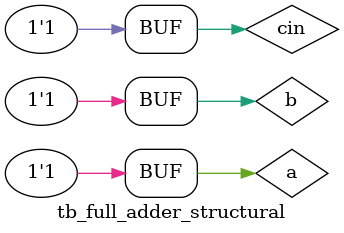
<source format=sv>
module tb_full_adder_structural;

logic a, b, cin;
logic sum, cout;

full_adder has1(a, b, cin, sum, cout);

initial begin
	a = 0; b = 0; cin = 0; #10;
	cin = 1; #10;
	b = 1; cin = 0; #10;
	cin = 1; #10;
	a = 1; b = 0; cin = 0; #10;
	cin = 1; #10;
	b = 1; cin = 0; #10;
	cin = 1; #10;
	
	end
endmodule	


</source>
